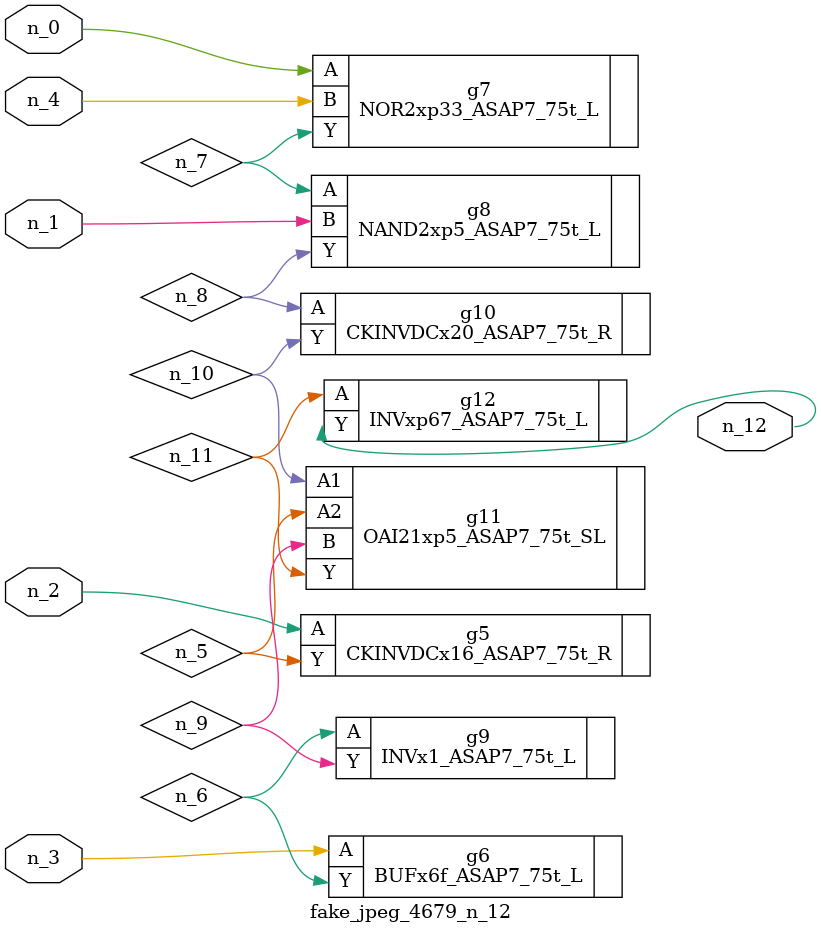
<source format=v>
module fake_jpeg_4679_n_12 (n_3, n_2, n_1, n_0, n_4, n_12);

input n_3;
input n_2;
input n_1;
input n_0;
input n_4;

output n_12;

wire n_11;
wire n_10;
wire n_8;
wire n_9;
wire n_6;
wire n_5;
wire n_7;

CKINVDCx16_ASAP7_75t_R g5 ( 
.A(n_2),
.Y(n_5)
);

BUFx6f_ASAP7_75t_L g6 ( 
.A(n_3),
.Y(n_6)
);

NOR2xp33_ASAP7_75t_L g7 ( 
.A(n_0),
.B(n_4),
.Y(n_7)
);

NAND2xp5_ASAP7_75t_L g8 ( 
.A(n_7),
.B(n_1),
.Y(n_8)
);

CKINVDCx20_ASAP7_75t_R g10 ( 
.A(n_8),
.Y(n_10)
);

INVx1_ASAP7_75t_L g9 ( 
.A(n_6),
.Y(n_9)
);

OAI21xp5_ASAP7_75t_SL g11 ( 
.A1(n_10),
.A2(n_5),
.B(n_9),
.Y(n_11)
);

INVxp67_ASAP7_75t_L g12 ( 
.A(n_11),
.Y(n_12)
);


endmodule
</source>
